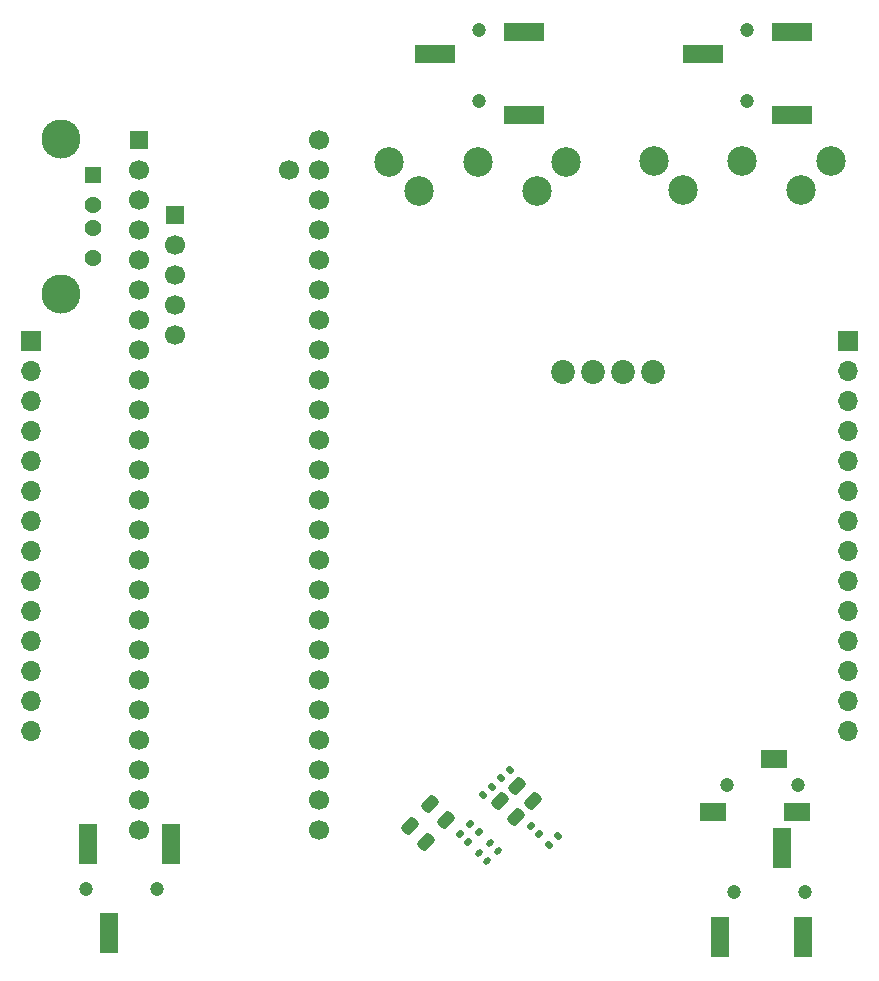
<source format=gbr>
%TF.GenerationSoftware,KiCad,Pcbnew,(6.0.2)*%
%TF.CreationDate,2023-02-09T01:22:52-05:00*%
%TF.ProjectId,bottom,626f7474-6f6d-42e6-9b69-6361645f7063,rev?*%
%TF.SameCoordinates,Original*%
%TF.FileFunction,Soldermask,Bot*%
%TF.FilePolarity,Negative*%
%FSLAX46Y46*%
G04 Gerber Fmt 4.6, Leading zero omitted, Abs format (unit mm)*
G04 Created by KiCad (PCBNEW (6.0.2)) date 2023-02-09 01:22:52*
%MOMM*%
%LPD*%
G01*
G04 APERTURE LIST*
G04 Aperture macros list*
%AMRoundRect*
0 Rectangle with rounded corners*
0 $1 Rounding radius*
0 $2 $3 $4 $5 $6 $7 $8 $9 X,Y pos of 4 corners*
0 Add a 4 corners polygon primitive as box body*
4,1,4,$2,$3,$4,$5,$6,$7,$8,$9,$2,$3,0*
0 Add four circle primitives for the rounded corners*
1,1,$1+$1,$2,$3*
1,1,$1+$1,$4,$5*
1,1,$1+$1,$6,$7*
1,1,$1+$1,$8,$9*
0 Add four rect primitives between the rounded corners*
20,1,$1+$1,$2,$3,$4,$5,0*
20,1,$1+$1,$4,$5,$6,$7,0*
20,1,$1+$1,$6,$7,$8,$9,0*
20,1,$1+$1,$8,$9,$2,$3,0*%
G04 Aperture macros list end*
%ADD10C,2.499360*%
%ADD11R,1.700000X1.700000*%
%ADD12O,1.700000X1.700000*%
%ADD13R,1.600000X1.600000*%
%ADD14C,1.700000*%
%ADD15C,1.200000*%
%ADD16C,2.020000*%
%ADD17R,1.428000X1.428000*%
%ADD18C,1.428000*%
%ADD19C,3.316000*%
%ADD20RoundRect,0.135000X0.226274X0.035355X0.035355X0.226274X-0.226274X-0.035355X-0.035355X-0.226274X0*%
%ADD21RoundRect,0.135000X-0.035355X0.226274X-0.226274X0.035355X0.035355X-0.226274X0.226274X-0.035355X0*%
%ADD22RoundRect,0.250000X0.512652X0.159099X0.159099X0.512652X-0.512652X-0.159099X-0.159099X-0.512652X0*%
%ADD23RoundRect,0.135000X0.035355X-0.226274X0.226274X-0.035355X-0.035355X0.226274X-0.226274X0.035355X0*%
%ADD24R,2.200000X1.600000*%
%ADD25R,1.500000X3.500000*%
%ADD26RoundRect,0.250000X-0.512652X-0.159099X-0.159099X-0.512652X0.512652X0.159099X0.159099X0.512652X0*%
%ADD27RoundRect,0.140000X0.219203X0.021213X0.021213X0.219203X-0.219203X-0.021213X-0.021213X-0.219203X0*%
%ADD28R,3.500000X1.500000*%
G04 APERTURE END LIST*
D10*
%TO.C,J40*%
X145511780Y-71077200D03*
X153009860Y-71079740D03*
X160507940Y-71077200D03*
X148013680Y-73579100D03*
X158006040Y-73579100D03*
%TD*%
D11*
%TO.C,J31*%
X184402400Y-86280000D03*
D12*
X184402400Y-88820000D03*
X184402400Y-91360000D03*
X184402400Y-93900000D03*
X184402400Y-96440000D03*
X184402400Y-98980000D03*
X184402400Y-101520000D03*
X184402400Y-104060000D03*
X184402400Y-106600000D03*
X184402400Y-109140000D03*
X184402400Y-111680000D03*
X184402400Y-114220000D03*
X184402400Y-116760000D03*
X184402400Y-119300000D03*
%TD*%
D11*
%TO.C,J32*%
X115202400Y-86280000D03*
D12*
X115202400Y-88820000D03*
X115202400Y-91360000D03*
X115202400Y-93900000D03*
X115202400Y-96440000D03*
X115202400Y-98980000D03*
X115202400Y-101520000D03*
X115202400Y-104060000D03*
X115202400Y-106600000D03*
X115202400Y-109140000D03*
X115202400Y-111680000D03*
X115202400Y-114220000D03*
X115202400Y-116760000D03*
X115202400Y-119300000D03*
%TD*%
D13*
%TO.C,U1*%
X124369860Y-69240000D03*
D14*
X124369860Y-71780000D03*
X124369860Y-74320000D03*
X124369860Y-76860000D03*
X124369860Y-79400000D03*
X124369860Y-81940000D03*
X124369860Y-84480000D03*
X124369860Y-87020000D03*
X124369860Y-89560000D03*
X124369860Y-92100000D03*
X124369860Y-94640000D03*
X124369860Y-97180000D03*
X124369860Y-99720000D03*
X124369860Y-102260000D03*
X124369860Y-104800000D03*
X124369860Y-107340000D03*
X124369860Y-109880000D03*
X124369860Y-112420000D03*
X124369860Y-114960000D03*
X124369860Y-117500000D03*
X124369860Y-120040000D03*
X124369860Y-122580000D03*
X124369860Y-125120000D03*
X124369860Y-127660000D03*
X139609860Y-127660000D03*
X139609860Y-125120000D03*
X139609860Y-122580000D03*
X139609860Y-120040000D03*
X139609860Y-117500000D03*
X139609860Y-114960000D03*
X139609860Y-112420000D03*
X139609860Y-109880000D03*
X139609860Y-107340000D03*
X139609860Y-104800000D03*
X139609860Y-102260000D03*
X139609860Y-99720000D03*
X139609860Y-97180000D03*
X139609860Y-94640000D03*
X139609860Y-92100000D03*
X139609860Y-89560000D03*
X139609860Y-87020000D03*
X139609860Y-84480000D03*
X139609860Y-81940000D03*
X139609860Y-79400000D03*
X139609860Y-76860000D03*
X139609860Y-74320000D03*
X139609860Y-71780000D03*
X139609860Y-69240000D03*
X137069860Y-71780000D03*
D13*
X127420660Y-75539200D03*
D14*
X127420660Y-78079200D03*
X127420660Y-80619200D03*
X127420660Y-83159200D03*
X127420660Y-85699200D03*
%TD*%
D15*
%TO.C,J2*%
X180714400Y-132927200D03*
X174714400Y-132927200D03*
%TD*%
D10*
%TO.C,J90*%
X167911780Y-70977200D03*
X175409860Y-70979740D03*
X182907940Y-70977200D03*
X170413680Y-73479100D03*
X180406040Y-73479100D03*
%TD*%
D16*
%TO.C,J99*%
X167824800Y-88902800D03*
X165284800Y-88902800D03*
X162744800Y-88902800D03*
X160204800Y-88902800D03*
%TD*%
D17*
%TO.C,J70*%
X120419860Y-72210000D03*
D18*
X120419860Y-74710000D03*
X120419860Y-76710000D03*
X120419860Y-79210000D03*
D19*
X117709860Y-69140000D03*
X117709860Y-82280000D03*
%TD*%
D20*
%TO.C,R22*%
X158254800Y-128012800D03*
X157533552Y-127291552D03*
%TD*%
D21*
%TO.C,R25*%
X155736048Y-122551552D03*
X155014800Y-123272800D03*
%TD*%
D20*
%TO.C,R26*%
X152222200Y-128701600D03*
X151500952Y-127980352D03*
%TD*%
D22*
%TO.C,C28*%
X150324800Y-126792800D03*
X148981298Y-125449298D03*
%TD*%
D23*
%TO.C,R23*%
X159074800Y-128882800D03*
X159796048Y-128161552D03*
%TD*%
D22*
%TO.C,C18*%
X157704800Y-125232800D03*
X156361298Y-123889298D03*
%TD*%
D15*
%TO.C,J0*%
X174162200Y-123860800D03*
X180162200Y-123860800D03*
D24*
X180035200Y-126110800D03*
X172962200Y-126110800D03*
X178130200Y-121610800D03*
%TD*%
D15*
%TO.C,J83*%
X119843800Y-132622400D03*
X125843800Y-132622400D03*
D25*
X120043800Y-128872400D03*
X127043800Y-128872400D03*
X121843800Y-136372400D03*
%TD*%
D23*
%TO.C,R24*%
X153493552Y-124714048D03*
X154214800Y-123992800D03*
%TD*%
D22*
%TO.C,C19*%
X156274800Y-126552800D03*
X154931298Y-125209298D03*
%TD*%
D26*
%TO.C,C29*%
X147281298Y-127299298D03*
X148624800Y-128642800D03*
%TD*%
D27*
%TO.C,C17*%
X154736800Y-129438200D03*
X154057978Y-128759378D03*
%TD*%
D25*
%TO.C,J1*%
X180568600Y-136702600D03*
X173568600Y-136702600D03*
X178768600Y-129202600D03*
%TD*%
D15*
%TO.C,J82*%
X153152400Y-65920000D03*
X153152400Y-59920000D03*
D28*
X156902400Y-60120000D03*
X156902400Y-67120000D03*
X149402400Y-61920000D03*
%TD*%
D20*
%TO.C,R27*%
X153111200Y-127838000D03*
X152389952Y-127116752D03*
%TD*%
D27*
%TO.C,C16*%
X153831611Y-130285611D03*
X153152789Y-129606789D03*
%TD*%
D15*
%TO.C,J81*%
X175852400Y-59920000D03*
X175852400Y-65920000D03*
D28*
X179602400Y-60120000D03*
X179602400Y-67120000D03*
X172102400Y-61920000D03*
%TD*%
M02*

</source>
